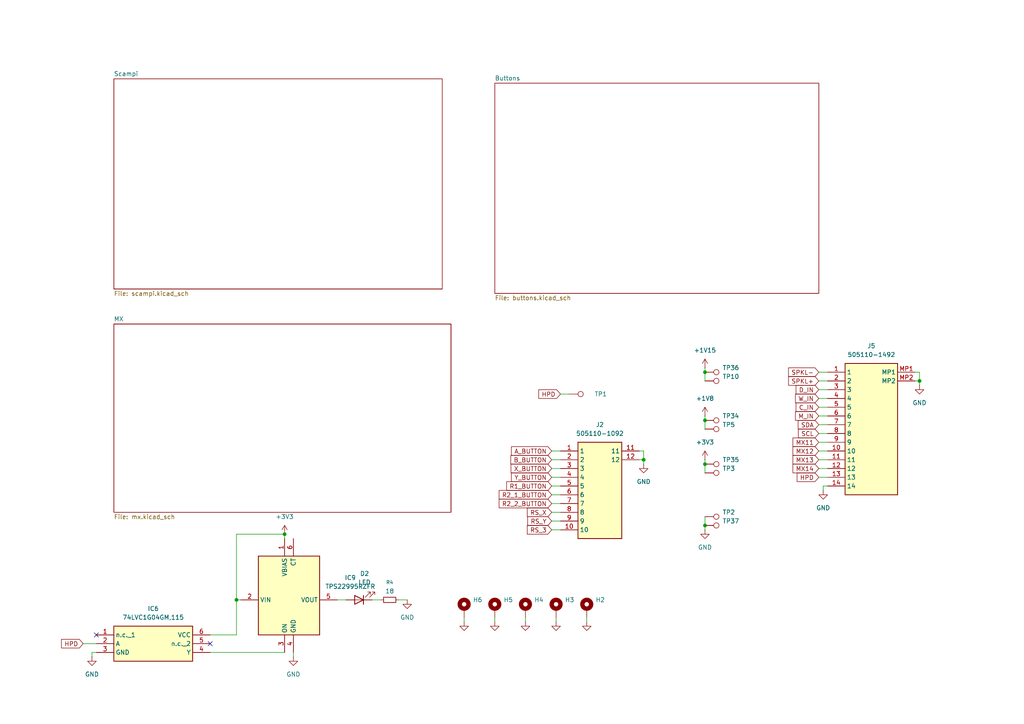
<source format=kicad_sch>
(kicad_sch (version 20250114) (generator "eeschema") (generator_version "9.0")
  (paper "A4")
  (lib_symbols
    (symbol "Connector:TestPoint" (pin_numbers (hide yes)) (pin_names (offset 0.762) (hide yes))
      (property "Reference" "TP" (at 0 6.858 0))
      (property "Value" "TestPoint" (at 0 5.08 0))
      (symbol "TestPoint_0_1"
        (circle (center 0 3.302) (radius 0.762))
      )
      (symbol "TestPoint_1_1"
        (pin passive line (at 0 0 90) (length 2.54) (name "1") (number "1"))
      )
    )
    (symbol "Device:LED" (pin_numbers (hide yes)) (pin_names (offset 1.016) (hide yes))
      (property "Reference" "D" (at 0 2.54 0))
      (property "Value" "LED" (at 0 -2.54 0))
      (symbol "LED_0_1"
        (polyline (pts (xy -3.048 -0.762) (xy -4.572 -2.286) (xy -3.81 -2.286) (xy -4.572 -2.286) (xy -4.572 -1.524)))
        (polyline (pts (xy -1.778 -0.762) (xy -3.302 -2.286) (xy -2.54 -2.286) (xy -3.302 -2.286) (xy -3.302 -1.524)))
        (polyline (pts (xy -1.27 0) (xy 1.27 0)))
        (polyline (pts (xy -1.27 -1.27) (xy -1.27 1.27)) (stroke (width 0.254)))
        (polyline (pts (xy 1.27 -1.27) (xy 1.27 1.27) (xy -1.27 0) (xy 1.27 -1.27)) (stroke (width 0.254)))
      )
      (symbol "LED_1_1"
        (pin passive line (at -3.81 0 0) (length 2.54) (name "K") (number "1"))
        (pin passive line (at 3.81 0 180) (length 2.54) (name "A") (number "2"))
      )
    )
    (symbol "Device:R_Small" (pin_numbers (hide yes)) (pin_names (offset 0.254) (hide yes))
      (property "Reference" "R" (at 0 0 90))
      (property "Value" "R_Small" (at 1.778 0 90))
      (symbol "R_Small_0_1"
        (rectangle (start -0.762 1.778) (end 0.762 -1.778) (stroke (width 0.2032)))
      )
      (symbol "R_Small_1_1"
        (pin passive line (at 0 2.54 270) (length 0.762) (name "~") (number "1"))
        (pin passive line (at 0 -2.54 90) (length 0.762) (name "~") (number "2"))
      )
    )
    (symbol "Mechanical:MountingHole_Pad" (pin_numbers (hide yes)) (pin_names (offset 1.016) (hide yes)) (in_bom no)
      (property "Reference" "H" (at 0 6.35 0))
      (property "Value" "MountingHole_Pad" (at 0 4.445 0))
      (symbol "MountingHole_Pad_0_1"
        (circle (center 0 1.27) (radius 1.27) (stroke (width 1.27)))
      )
      (symbol "MountingHole_Pad_1_1"
        (pin input line (at 0 -2.54 90) (length 2.54) (name "1") (number "1"))
      )
    )
    (symbol "SamacSys_Parts:505110-1092"
      (property "Reference" "J" (at 19.05 7.62 0))
      (property "Value" "505110-1092" (at 19.05 5.08 0))
      (symbol "505110-1092_1_1"
        (rectangle (start 5.08 2.54) (end 17.78 -25.4) (stroke (width 0.254)) (fill (type background)))
        (pin passive line (at 0 0 0) (length 5.08) (name "11") (number "11"))
        (pin passive line (at 0 -2.54 0) (length 5.08) (name "12") (number "12"))
        (pin passive line (at 22.86 0 180) (length 5.08) (name "1") (number "1"))
        (pin passive line (at 22.86 -2.54 180) (length 5.08) (name "2") (number "2"))
        (pin passive line (at 22.86 -5.08 180) (length 5.08) (name "3") (number "3"))
        (pin passive line (at 22.86 -7.62 180) (length 5.08) (name "4") (number "4"))
        (pin passive line (at 22.86 -10.16 180) (length 5.08) (name "5") (number "5"))
        (pin passive line (at 22.86 -12.7 180) (length 5.08) (name "6") (number "6"))
        (pin passive line (at 22.86 -15.24 180) (length 5.08) (name "7") (number "7"))
        (pin passive line (at 22.86 -17.78 180) (length 5.08) (name "8") (number "8"))
        (pin passive line (at 22.86 -20.32 180) (length 5.08) (name "9") (number "9"))
        (pin passive line (at 22.86 -22.86 180) (length 5.08) (name "10") (number "10"))
      )
    )
    (symbol "SamacSys_Parts:505110-1492"
      (property "Reference" "J" (at 21.59 7.62 0))
      (property "Value" "505110-1492" (at 21.59 5.08 0))
      (symbol "505110-1492_1_1"
        (rectangle (start 5.08 2.54) (end 20.32 -35.56) (stroke (width 0.254)) (fill (type background)))
        (pin passive line (at 0 0 0) (length 5.08) (name "MP1") (number "MP1"))
        (pin passive line (at 0 -2.54 0) (length 5.08) (name "MP2") (number "MP2"))
        (pin passive line (at 25.4 0 180) (length 5.08) (name "1") (number "1"))
        (pin passive line (at 25.4 -2.54 180) (length 5.08) (name "2") (number "2"))
        (pin passive line (at 25.4 -5.08 180) (length 5.08) (name "3") (number "3"))
        (pin passive line (at 25.4 -7.62 180) (length 5.08) (name "4") (number "4"))
        (pin passive line (at 25.4 -10.16 180) (length 5.08) (name "5") (number "5"))
        (pin passive line (at 25.4 -12.7 180) (length 5.08) (name "6") (number "6"))
        (pin passive line (at 25.4 -15.24 180) (length 5.08) (name "7") (number "7"))
        (pin passive line (at 25.4 -17.78 180) (length 5.08) (name "8") (number "8"))
        (pin passive line (at 25.4 -20.32 180) (length 5.08) (name "9") (number "9"))
        (pin passive line (at 25.4 -22.86 180) (length 5.08) (name "10") (number "10"))
        (pin passive line (at 25.4 -25.4 180) (length 5.08) (name "11") (number "11"))
        (pin passive line (at 25.4 -27.94 180) (length 5.08) (name "12") (number "12"))
        (pin passive line (at 25.4 -30.48 180) (length 5.08) (name "13") (number "13"))
        (pin passive line (at 25.4 -33.02 180) (length 5.08) (name "14") (number "14"))
      )
    )
    (symbol "SamacSys_Parts:74LVC1G04GM,115"
      (property "Reference" "IC" (at 29.21 7.62 0))
      (property "Value" "74LVC1G04GM,115" (at 29.21 5.08 0))
      (symbol "74LVC1G04GM,115_1_1"
        (rectangle (start 5.08 2.54) (end 27.94 -7.62) (stroke (width 0.254)) (fill (type background)))
        (pin passive line (at 0 0 0) (length 5.08) (name "n.c._1") (number "1"))
        (pin passive line (at 0 -2.54 0) (length 5.08) (name "A") (number "2"))
        (pin passive line (at 0 -5.08 0) (length 5.08) (name "GND") (number "3"))
        (pin passive line (at 33.02 0 180) (length 5.08) (name "VCC") (number "6"))
        (pin passive line (at 33.02 -2.54 180) (length 5.08) (name "n.c._2") (number "5"))
        (pin passive line (at 33.02 -5.08 180) (length 5.08) (name "Y") (number "4"))
      )
    )
    (symbol "SamacSys_Parts:TPS22995RZFR"
      (property "Reference" "IC" (at 24.13 17.78 0))
      (property "Value" "TPS22995RZFR" (at 24.13 15.24 0))
      (symbol "TPS22995RZFR_1_1"
        (rectangle (start 5.08 12.7) (end 22.86 -10.16) (stroke (width 0.254)) (fill (type background)))
        (pin passive line (at 0 0 0) (length 5.08) (name "VIN") (number "2"))
        (pin passive line (at 12.7 17.78 270) (length 5.08) (name "VBIAS") (number "1"))
        (pin passive line (at 12.7 -15.24 90) (length 5.08) (name "ON") (number "3"))
        (pin passive line (at 15.24 17.78 270) (length 5.08) (name "CT") (number "6"))
        (pin passive line (at 15.24 -15.24 90) (length 5.08) (name "GND") (number "4"))
        (pin passive line (at 27.94 0 180) (length 5.08) (name "VOUT") (number "5"))
      )
    )
    (symbol "power:+1V8" (power) (pin_numbers (hide yes)) (pin_names (offset 0) (hide yes))
      (property "Value" "+1V8" (at 0 3.556 0))
      (symbol "+1V8_0_1"
        (polyline (pts (xy -0.762 1.27) (xy 0 2.54)))
        (polyline (pts (xy 0 2.54) (xy 0.762 1.27)))
        (polyline (pts (xy 0 0) (xy 0 2.54)))
      )
      (symbol "+1V8_1_1"
        (pin power_in line (at 0 0 90) (length 0) (name "~") (number "1"))
      )
    )
    (symbol "power:+3V3" (power) (pin_numbers (hide yes)) (pin_names (offset 0) (hide yes))
      (property "Value" "+3V3" (at 0 3.556 0))
      (symbol "+3V3_0_1"
        (polyline (pts (xy -0.762 1.27) (xy 0 2.54)))
        (polyline (pts (xy 0 2.54) (xy 0.762 1.27)))
        (polyline (pts (xy 0 0) (xy 0 2.54)))
      )
      (symbol "+3V3_1_1"
        (pin power_in line (at 0 0 90) (length 0) (name "~") (number "1"))
      )
    )
    (symbol "power:GND" (power) (pin_numbers (hide yes)) (pin_names (offset 0) (hide yes))
      (property "Value" "GND" (at 0 -3.81 0))
      (symbol "GND_0_1"
        (polyline (pts (xy 0 0) (xy 0 -1.27) (xy 1.27 -1.27) (xy 0 -2.54) (xy -1.27 -1.27) (xy 0 -1.27)))
      )
      (symbol "GND_1_1"
        (pin power_in line (at 0 0 270) (length 0) (name "~") (number "1"))
      )
    )
  )
  (junction (at 82.55 154.94))
  (junction (at 204.47 107.95))
  (junction (at 204.47 134.62))
  (junction (at 266.7 110.49))
  (junction (at 186.69 133.35))
  (junction (at 204.47 152.4))
  (junction (at 204.47 121.92))
  (junction (at 68.58 173.99))
  (no_connect (at 60.96 186.69))
  (no_connect (at 27.94 184.15))
  (wire (pts (xy 240.03 140.97) (xy 238.76 140.97)))
  (wire (pts (xy 204.47 121.92) (xy 204.47 124.46)))
  (wire (pts (xy 237.49 118.11) (xy 240.03 118.11)))
  (wire (pts (xy 237.49 120.65) (xy 240.03 120.65)))
  (wire (pts (xy 266.7 107.95) (xy 266.7 110.49)))
  (wire (pts (xy 266.7 110.49) (xy 266.7 111.76)))
  (wire (pts (xy 186.69 133.35) (xy 186.69 134.62)))
  (wire (pts (xy 26.67 190.5) (xy 26.67 189.23)))
  (wire (pts (xy 160.02 153.67) (xy 162.56 153.67)))
  (wire (pts (xy 26.67 189.23) (xy 27.94 189.23)))
  (wire (pts (xy 134.62 179.07) (xy 134.62 180.34)))
  (wire (pts (xy 237.49 133.35) (xy 240.03 133.35)))
  (wire (pts (xy 60.96 184.15) (xy 68.58 184.15)))
  (wire (pts (xy 237.49 125.73) (xy 240.03 125.73)))
  (wire (pts (xy 237.49 128.27) (xy 240.03 128.27)))
  (wire (pts (xy 237.49 130.81) (xy 240.03 130.81)))
  (wire (pts (xy 237.49 138.43) (xy 240.03 138.43)))
  (wire (pts (xy 100.33 173.99) (xy 97.79 173.99)))
  (wire (pts (xy 24.13 186.69) (xy 27.94 186.69)))
  (wire (pts (xy 204.47 133.35) (xy 204.47 134.62)))
  (wire (pts (xy 85.09 189.23) (xy 85.09 190.5)))
  (wire (pts (xy 160.02 135.89) (xy 162.56 135.89)))
  (wire (pts (xy 68.58 173.99) (xy 69.85 173.99)))
  (wire (pts (xy 162.56 114.3) (xy 165.1 114.3)))
  (wire (pts (xy 152.4 179.07) (xy 152.4 180.34)))
  (wire (pts (xy 160.02 138.43) (xy 162.56 138.43)))
  (wire (pts (xy 204.47 149.86) (xy 204.47 152.4)))
  (wire (pts (xy 143.51 179.07) (xy 143.51 180.34)))
  (wire (pts (xy 237.49 115.57) (xy 240.03 115.57)))
  (wire (pts (xy 68.58 184.15) (xy 68.58 173.99)))
  (wire (pts (xy 186.69 130.81) (xy 186.69 133.35)))
  (wire (pts (xy 237.49 135.89) (xy 240.03 135.89)))
  (wire (pts (xy 82.55 154.94) (xy 68.58 154.94)))
  (wire (pts (xy 237.49 107.95) (xy 240.03 107.95)))
  (wire (pts (xy 160.02 133.35) (xy 162.56 133.35)))
  (wire (pts (xy 238.76 140.97) (xy 238.76 142.24)))
  (wire (pts (xy 265.43 107.95) (xy 266.7 107.95)))
  (wire (pts (xy 160.02 140.97) (xy 162.56 140.97)))
  (wire (pts (xy 118.11 173.99) (xy 115.57 173.99)))
  (wire (pts (xy 185.42 133.35) (xy 186.69 133.35)))
  (wire (pts (xy 170.18 179.07) (xy 170.18 180.34)))
  (wire (pts (xy 110.49 173.99) (xy 107.95 173.99)))
  (wire (pts (xy 204.47 106.68) (xy 204.47 107.95)))
  (wire (pts (xy 204.47 152.4) (xy 204.47 153.67)))
  (wire (pts (xy 68.58 154.94) (xy 68.58 173.99)))
  (wire (pts (xy 82.55 156.21) (xy 82.55 154.94)))
  (wire (pts (xy 237.49 123.19) (xy 240.03 123.19)))
  (wire (pts (xy 60.96 189.23) (xy 82.55 189.23)))
  (wire (pts (xy 160.02 148.59) (xy 162.56 148.59)))
  (wire (pts (xy 204.47 134.62) (xy 204.47 137.16)))
  (wire (pts (xy 265.43 110.49) (xy 266.7 110.49)))
  (wire (pts (xy 185.42 130.81) (xy 186.69 130.81)))
  (wire (pts (xy 204.47 120.65) (xy 204.47 121.92)))
  (wire (pts (xy 160.02 143.51) (xy 162.56 143.51)))
  (wire (pts (xy 204.47 107.95) (xy 204.47 110.49)))
  (wire (pts (xy 161.29 179.07) (xy 161.29 180.34)))
  (wire (pts (xy 160.02 151.13) (xy 162.56 151.13)))
  (wire (pts (xy 160.02 130.81) (xy 162.56 130.81)))
  (wire (pts (xy 237.49 110.49) (xy 240.03 110.49)))
  (wire (pts (xy 237.49 113.03) (xy 240.03 113.03)))
  (wire (pts (xy 160.02 146.05) (xy 162.56 146.05)))
  (global_label "R1_BUTTON" (shape input) (at 160.02 140.97 180) (property "Intersheetrefs" "${INTERSHEET_REFS}" (effects (hide yes))))
  (global_label "A_BUTTON" (shape input) (at 160.02 130.81 180) (property "Intersheetrefs" "${INTERSHEET_REFS}" (effects (hide yes))))
  (global_label "RS_3" (shape input) (at 160.02 153.67 180) (property "Intersheetrefs" "${INTERSHEET_REFS}" (effects (hide yes))))
  (global_label "W_IN" (shape input) (at 237.49 115.57 180) (property "Intersheetrefs" "${INTERSHEET_REFS}" (effects (hide yes))))
  (global_label "SCL" (shape input) (at 237.49 125.73 180) (property "Intersheetrefs" "${INTERSHEET_REFS}" (effects (hide yes))))
  (global_label "MX13" (shape input) (at 237.49 133.35 180) (property "Intersheetrefs" "${INTERSHEET_REFS}" (effects (hide yes))))
  (global_label "RS_X" (shape input) (at 160.02 148.59 180) (property "Intersheetrefs" "${INTERSHEET_REFS}" (effects (hide yes))))
  (global_label "Y_BUTTON" (shape input) (at 160.02 138.43 180) (property "Intersheetrefs" "${INTERSHEET_REFS}" (effects (hide yes))))
  (global_label "MX14" (shape input) (at 237.49 135.89 180) (property "Intersheetrefs" "${INTERSHEET_REFS}" (effects (hide yes))))
  (global_label "HPD" (shape input) (at 162.56 114.3 180) (property "Intersheetrefs" "${INTERSHEET_REFS}" (effects (hide yes))))
  (global_label "R2_1_BUTTON" (shape input) (at 160.02 143.51 180) (property "Intersheetrefs" "${INTERSHEET_REFS}" (effects (hide yes))))
  (global_label "R2_2_BUTTON" (shape input) (at 160.02 146.05 180) (property "Intersheetrefs" "${INTERSHEET_REFS}" (effects (hide yes))))
  (global_label "B_BUTTON" (shape input) (at 160.02 133.35 180) (property "Intersheetrefs" "${INTERSHEET_REFS}" (effects (hide yes))))
  (global_label "HPD" (shape input) (at 237.49 138.43 180) (property "Intersheetrefs" "${INTERSHEET_REFS}" (effects (hide yes))))
  (global_label "C_IN" (shape input) (at 237.49 118.11 180) (property "Intersheetrefs" "${INTERSHEET_REFS}" (effects (hide yes))))
  (global_label "X_BUTTON" (shape input) (at 160.02 135.89 180) (property "Intersheetrefs" "${INTERSHEET_REFS}" (effects (hide yes))))
  (global_label "MX11" (shape input) (at 237.49 128.27 180) (property "Intersheetrefs" "${INTERSHEET_REFS}" (effects (hide yes))))
  (global_label "RS_Y" (shape input) (at 160.02 151.13 180) (property "Intersheetrefs" "${INTERSHEET_REFS}" (effects (hide yes))))
  (global_label "SPKL-" (shape input) (at 237.49 107.95 180) (property "Intersheetrefs" "${INTERSHEET_REFS}" (effects (hide yes))))
  (global_label "M_IN" (shape input) (at 237.49 120.65 180) (property "Intersheetrefs" "${INTERSHEET_REFS}" (effects (hide yes))))
  (global_label "SPKL+" (shape input) (at 237.49 110.49 180) (property "Intersheetrefs" "${INTERSHEET_REFS}" (effects (hide yes))))
  (global_label "MX12" (shape input) (at 237.49 130.81 180) (property "Intersheetrefs" "${INTERSHEET_REFS}" (effects (hide yes))))
  (global_label "D_IN" (shape input) (at 237.49 113.03 180) (property "Intersheetrefs" "${INTERSHEET_REFS}" (effects (hide yes))))
  (global_label "HPD" (shape input) (at 24.13 186.69 180) (property "Intersheetrefs" "${INTERSHEET_REFS}" (effects (hide yes))))
  (global_label "SDA" (shape input) (at 237.49 123.19 180) (property "Intersheetrefs" "${INTERSHEET_REFS}" (effects (hide yes))))
  (symbol (lib_id "power:GND") (at 134.62 180.34 0) (unit 1)
    (property "Reference" "#PWR053" (effects (hide yes)))
    (property "Value" "GND" (effects (hide yes)))
  )
  (symbol (lib_id "Connector:TestPoint") (at 204.47 149.86 270) (unit 1)
    (property "Reference" "TP2" (at 209.55 148.5899 90) (effects (justify left)))
    (property "Value" "TestPoint" (effects (hide yes)))
    (property "Footprint" "RoseDaggerDev:TestPoint_Pad_3x1.0mm" (effects (hide yes)))
    (property "Description" "test point" (effects (hide yes)))
  )
  (symbol (lib_id "Mechanical:MountingHole_Pad") (at 152.4 176.53 0) (unit 1) (in_bom no)
    (property "Reference" "H4" (at 154.94 173.9899 0) (effects (justify left)))
    (property "Value" "MountingHole_Pad" (effects (hide yes)))
    (property "Footprint" "MountingHole:MountingHole_2.2mm_M2_DIN965_Pad" (effects (hide yes)))
    (property "Description" "Mounting Hole with connection" (effects (hide yes)))
  )
  (symbol (lib_id "power:GND") (at 118.11 173.99 0) (unit 1)
    (property "Reference" "#PWR055" (effects (hide yes)))
    (property "Value" "GND" (at 118.11 179.07 0))
    (property "Description" "Power symbol creates a global label with name \"GND\" , ground" (effects (hide yes)))
  )
  (symbol (lib_id "Connector:TestPoint") (at 204.47 121.92 270) (unit 1)
    (property "Reference" "TP34" (at 209.55 120.6499 90) (effects (justify left)))
    (property "Value" "TestPoint" (effects (hide yes)))
    (property "Footprint" "RoseDaggerDev:TestPoint_Pad_3x1.0mm" (effects (hide yes)))
    (property "Description" "test point" (effects (hide yes)))
  )
  (symbol (lib_id "power:GND") (at 85.09 190.5 0) (unit 1)
    (property "Reference" "#PWR082" (effects (hide yes)))
    (property "Value" "GND" (at 85.09 195.58 0))
    (property "Description" "Power symbol creates a global label with name \"GND\" , ground" (effects (hide yes)))
  )
  (symbol (lib_id "power:GND") (at 170.18 180.34 0) (unit 1)
    (property "Reference" "#PWR049" (effects (hide yes)))
    (property "Value" "GND" (effects (hide yes)))
  )
  (symbol (lib_id "power:GND") (at 238.76 142.24 0) (unit 1)
    (property "Reference" "#PWR01" (effects (hide yes)))
    (property "Value" "GND" (at 238.76 147.32 0))
    (property "Description" "Power symbol creates a global label with name \"GND\" , ground" (effects (hide yes)))
  )
  (symbol (lib_id "Mechanical:MountingHole_Pad") (at 161.29 176.53 0) (unit 1) (in_bom no)
    (property "Reference" "H3" (at 163.83 173.9899 0) (effects (justify left)))
    (property "Value" "MountingHole_Pad" (effects (hide yes)))
    (property "Footprint" "MountingHole:MountingHole_2.2mm_M2_DIN965_Pad" (effects (hide yes)))
    (property "Description" "Mounting Hole with connection" (effects (hide yes)))
  )
  (symbol (lib_id "power:+3V3") (at 82.55 154.94 0) (unit 1)
    (property "Reference" "#PWR054" (effects (hide yes)))
    (property "Value" "+3V3" (at 82.55 149.86 0))
    (property "Description" "Power symbol creates a global label with name \"+3V3\"" (effects (hide yes)))
  )
  (symbol (lib_id "power:+1V8") (at 204.47 106.68 0) (unit 1)
    (property "Reference" "#PWR045" (effects (hide yes)))
    (property "Value" "+1V15" (at 204.47 101.6 0))
    (property "Description" "Power symbol creates a global label with name \"+1V8\"" (effects (hide yes)))
  )
  (symbol (lib_id "SamacSys_Parts:505110-1492") (at 265.43 107.95 0) (mirror y) (unit 1)
    (property "Reference" "J5" (at 252.73 100.33 0))
    (property "Value" "505110-1492" (at 252.73 102.87 0))
    (property "Footprint" "5051101492" (effects (hide yes)))
    (property "Datasheet" "https://www.molex.com/pdm_docs/sd/5051101492_sd.pdf" (effects (hide yes)))
    (property "Description" "Molex Easy-On Series 0.5mm Pitch 14 Way Right Angle SMT Male FPC Connector, ZIF Bottom Contact" (effects (hide yes)))
    (property "Height" "3.95" (effects (hide yes)))
    (property "Mouser Part Number" "538-505110-1492" (effects (hide yes)))
    (property "Mouser Price/Stock" "https://www.mouser.co.uk/ProductDetail/Molex/505110-1492?qs=RawsiUxJOFRayVL4TsmiFw%3D%3D" (effects (hide yes)))
    (property "Manufacturer_Name" "Molex" (effects (hide yes)))
    (property "Manufacturer_Part_Number" "505110-1492" (effects (hide yes)))
  )
  (symbol (lib_id "Mechanical:MountingHole_Pad") (at 170.18 176.53 0) (unit 1) (in_bom no)
    (property "Reference" "H2" (at 172.72 173.9899 0) (effects (justify left)))
    (property "Value" "MountingHole_Pad" (effects (hide yes)))
    (property "Footprint" "MountingHole:MountingHole_2.2mm_M2_DIN965_Pad" (effects (hide yes)))
    (property "Description" "Mounting Hole with connection" (effects (hide yes)))
  )
  (symbol (lib_id "power:GND") (at 143.51 180.34 0) (unit 1)
    (property "Reference" "#PWR052" (effects (hide yes)))
    (property "Value" "GND" (effects (hide yes)))
  )
  (symbol (lib_id "Connector:TestPoint") (at 204.47 137.16 270) (unit 1)
    (property "Reference" "TP3" (at 209.55 135.8899 90) (effects (justify left)))
    (property "Value" "TestPoint" (effects (hide yes)))
    (property "Footprint" "RoseDaggerDev:TestPoint_Pad_3x1.0mm" (effects (hide yes)))
    (property "Description" "test point" (effects (hide yes)))
  )
  (symbol (lib_id "Connector:TestPoint") (at 204.47 110.49 270) (unit 1)
    (property "Reference" "TP10" (at 209.55 109.2199 90) (effects (justify left)))
    (property "Value" "TestPoint" (effects (hide yes)))
    (property "Footprint" "RoseDaggerDev:TestPoint_Pad_3x1.0mm" (effects (hide yes)))
    (property "Description" "test point" (effects (hide yes)))
  )
  (symbol (lib_id "power:GND") (at 161.29 180.34 0) (unit 1)
    (property "Reference" "#PWR050" (effects (hide yes)))
    (property "Value" "GND" (effects (hide yes)))
  )
  (symbol (lib_id "Mechanical:MountingHole_Pad") (at 143.51 176.53 0) (unit 1) (in_bom no)
    (property "Reference" "H5" (at 146.05 173.9899 0) (effects (justify left)))
    (property "Value" "MountingHole_Pad" (effects (hide yes)))
    (property "Footprint" "MountingHole:MountingHole_2.2mm_M2_DIN965_Pad" (effects (hide yes)))
    (property "Description" "Mounting Hole with connection" (effects (hide yes)))
  )
  (symbol (lib_id "power:GND") (at 266.7 111.76 0) (unit 1)
    (property "Reference" "#PWR047" (effects (hide yes)))
    (property "Value" "GND" (at 266.7 116.84 0))
    (property "Description" "Power symbol creates a global label with name \"GND\" , ground" (effects (hide yes)))
  )
  (symbol (lib_id "Connector:TestPoint") (at 165.1 114.3 270) (unit 1)
    (property "Reference" "TP1" (at 174.244 114.3 90))
    (property "Value" "SPKL-" (effects (hide yes)))
    (property "Footprint" "TestPoint:TestPoint_Pad_D1.0mm" (effects (hide yes)))
  )
  (symbol (lib_id "power:+3V3") (at 204.47 133.35 0) (unit 1)
    (property "Reference" "#PWR046" (effects (hide yes)))
    (property "Value" "+3V3" (at 204.47 128.27 0))
    (property "Description" "Power symbol creates a global label with name \"+3V3\"" (effects (hide yes)))
  )
  (symbol (lib_id "Connector:TestPoint") (at 204.47 124.46 270) (unit 1)
    (property "Reference" "TP5" (at 209.55 123.1899 90) (effects (justify left)))
    (property "Value" "TestPoint" (effects (hide yes)))
    (property "Footprint" "RoseDaggerDev:TestPoint_Pad_3x1.0mm" (effects (hide yes)))
    (property "Description" "test point" (effects (hide yes)))
  )
  (symbol (lib_id "SamacSys_Parts:TPS22995RZFR") (at 69.85 173.99 0) (unit 1)
    (property "Reference" "IC9" (at 101.6 167.5698 0))
    (property "Value" "TPS22995RZFR" (at 101.6 170.1098 0))
    (property "Footprint" "TPS22995RZFR" (effects (hide yes)))
    (property "Datasheet" "https://www.ti.com/general/docs/suppproductinfo.tsp?distId=26&gotoUrl=https://www.ti.com/lit/gpn/tps22995" (effects (hide yes)))
    (property "Description" "Power Switch ICs - Power Distribution" (effects (hide yes)))
    (property "Height" "0.8" (effects (hide yes)))
    (property "Mouser Part Number" "595-TPS22995RZFR" (effects (hide yes)))
    (property "Mouser Price/Stock" "https://www.mouser.co.uk/ProductDetail/Texas-Instruments/TPS22995RZFR?qs=rQFj71Wb1eVPl%2Fzruf4rsQ%3D%3D" (effects (hide yes)))
    (property "Manufacturer_Name" "Texas Instruments" (effects (hide yes)))
    (property "Manufacturer_Part_Number" "TPS22995RZFR" (effects (hide yes)))
  )
  (symbol (lib_id "SamacSys_Parts:505110-1092") (at 185.42 130.81 0) (mirror y) (unit 1)
    (property "Reference" "J2" (at 173.99 123.19 0))
    (property "Value" "505110-1092" (at 173.99 125.73 0))
    (property "Footprint" "5051101092" (effects (hide yes)))
    (property "Datasheet" "https://www.molex.com/webdocs/datasheets/pdf/en-us/5051101092_FFC_FPC_CONNECTORS.pdf" (effects (hide yes)))
    (property "Description" "Molex Easy-On Series 0.5mm Pitch 10 Way Right Angle SMT Male FPC Connector, ZIF Bottom Contact" (effects (hide yes)))
    (property "Height" "0" (effects (hide yes)))
    (property "Mouser Part Number" "538-505110-1092" (effects (hide yes)))
    (property "Mouser Price/Stock" "https://www.mouser.co.uk/ProductDetail/Molex/505110-1092?qs=BA62vJVifGrjJfo6A8tlOw%3D%3D" (effects (hide yes)))
    (property "Manufacturer_Name" "Molex" (effects (hide yes)))
    (property "Manufacturer_Part_Number" "505110-1092" (effects (hide yes)))
  )
  (symbol (lib_id "Device:R_Small") (at 113.03 173.99 90) (unit 1)
    (property "Reference" "R4" (at 113.03 168.91 90) (effects (font (size 1.016 1.016))))
    (property "Value" "18" (at 113.03 171.45 90))
    (property "Footprint" "Resistor_SMD:R_0603_1608Metric" (effects (hide yes)))
    (property "Description" "Resistor, small symbol" (effects (hide yes)))
  )
  (symbol (lib_id "power:GND") (at 204.47 153.67 0) (unit 1)
    (property "Reference" "#PWR043" (effects (hide yes)))
    (property "Value" "GND" (at 204.47 158.75 0))
    (property "Description" "Power symbol creates a global label with name \"GND\" , ground" (effects (hide yes)))
  )
  (symbol (lib_id "power:+1V8") (at 204.47 120.65 0) (unit 1)
    (property "Reference" "#PWR044" (effects (hide yes)))
    (property "Value" "+1V8" (at 204.47 115.57 0))
    (property "Description" "Power symbol creates a global label with name \"+1V8\"" (effects (hide yes)))
  )
  (symbol (lib_id "power:GND") (at 26.67 190.5 0) (unit 1)
    (property "Reference" "#PWR083" (effects (hide yes)))
    (property "Value" "GND" (at 26.67 195.58 0))
    (property "Description" "Power symbol creates a global label with name \"GND\" , ground" (effects (hide yes)))
  )
  (symbol (lib_id "Connector:TestPoint") (at 204.47 152.4 270) (unit 1)
    (property "Reference" "TP37" (at 209.55 151.1299 90) (effects (justify left)))
    (property "Value" "TestPoint" (effects (hide yes)))
    (property "Footprint" "RoseDaggerDev:TestPoint_Pad_3x1.0mm" (effects (hide yes)))
    (property "Description" "test point" (effects (hide yes)))
  )
  (symbol (lib_id "power:GND") (at 152.4 180.34 0) (unit 1)
    (property "Reference" "#PWR051" (effects (hide yes)))
    (property "Value" "GND" (effects (hide yes)))
  )
  (symbol (lib_id "Device:LED") (at 104.14 173.99 180) (unit 1)
    (property "Reference" "D2" (at 105.7275 166.37 0))
    (property "Value" "LED" (at 105.7275 168.91 0))
    (property "Footprint" "LED_THT:LED_D1.8mm_W1.8mm_H2.4mm_Horizontal_O1.27mm_Z8.2mm" (effects (hide yes)))
    (property "Description" "Light emitting diode" (effects (hide yes)))
    (property "Sim.Pins" "1=K 2=A" (effects (hide yes)))
  )
  (symbol (lib_id "Mechanical:MountingHole_Pad") (at 134.62 176.53 0) (unit 1) (in_bom no)
    (property "Reference" "H6" (at 137.16 173.9899 0) (effects (justify left)))
    (property "Value" "MountingHole_Pad" (effects (hide yes)))
    (property "Footprint" "MountingHole:MountingHole_2.2mm_M2_DIN965_Pad" (effects (hide yes)))
    (property "Description" "Mounting Hole with connection" (effects (hide yes)))
  )
  (symbol (lib_id "Connector:TestPoint") (at 204.47 107.95 270) (unit 1)
    (property "Reference" "TP36" (at 209.55 106.6799 90) (effects (justify left)))
    (property "Value" "TestPoint" (effects (hide yes)))
    (property "Footprint" "RoseDaggerDev:TestPoint_Pad_3x1.0mm" (effects (hide yes)))
    (property "Description" "test point" (effects (hide yes)))
  )
  (symbol (lib_id "power:GND") (at 186.69 134.62 0) (unit 1)
    (property "Reference" "#PWR048" (effects (hide yes)))
    (property "Value" "GND" (at 186.69 139.7 0))
    (property "Description" "Power symbol creates a global label with name \"GND\" , ground" (effects (hide yes)))
  )
  (symbol (lib_id "SamacSys_Parts:74LVC1G04GM,115") (at 27.94 184.15 0) (unit 1)
    (property "Reference" "IC6" (at 44.45 176.53 0))
    (property "Value" "74LVC1G04GM,115" (at 44.45 179.07 0))
    (property "Footprint" "PESD3V3L5UF115" (effects (hide yes)))
    (property "Datasheet" "https://assets.nexperia.com/documents/data-sheet/74LVC1G04.pdf" (effects (hide yes)))
    (property "Description" "74LVC1G04 - Single inverter@en-us" (effects (hide yes)))
    (property "Height" "0.5" (effects (hide yes)))
    (property "Mouser Part Number" "771-LVC1G04GM115" (effects (hide yes)))
    (property "Mouser Price/Stock" "https://www.mouser.co.uk/ProductDetail/Nexperia/74LVC1G04GM115?qs=me8TqzrmIYXvgrQ5OHD1Cw%3D%3D" (effects (hide yes)))
    (property "Manufacturer_Name" "Nexperia" (effects (hide yes)))
    (property "Manufacturer_Part_Number" "74LVC1G04GM,115" (effects (hide yes)))
  )
  (symbol (lib_id "Connector:TestPoint") (at 204.47 134.62 270) (unit 1)
    (property "Reference" "TP35" (at 209.55 133.3499 90) (effects (justify left)))
    (property "Value" "TestPoint" (effects (hide yes)))
    (property "Footprint" "RoseDaggerDev:TestPoint_Pad_3x1.0mm" (effects (hide yes)))
    (property "Description" "test point" (effects (hide yes)))
  )
  (sheet (at 143.51 24.13) (size 93.98 60.96) (stroke (width 0.1524))
    (property "Sheetname" "Buttons" (at 143.51 23.4184 0) (effects (justify left bottom)))
    (property "Sheetfile" "buttons.kicad_sch" (at 143.51 85.6746 0) (effects (justify left top)))
  )
  (sheet (at 33.02 22.86) (size 95.25 60.96) (stroke (width 0.1524))
    (property "Sheetname" "Scampi" (at 33.02 22.1484 0) (effects (justify left bottom)))
    (property "Sheetfile" "scampi.kicad_sch" (at 33.02 84.4046 0) (effects (justify left top)))
  )
  (sheet (at 33.02 93.98) (size 97.79 54.61) (stroke (width 0.1524))
    (property "Sheetname" "MX" (at 33.02 93.2684 0) (effects (justify left bottom)))
    (property "Sheetfile" "mx.kicad_sch" (at 33.02 149.1746 0) (effects (justify left top)))
  )
)
</source>
